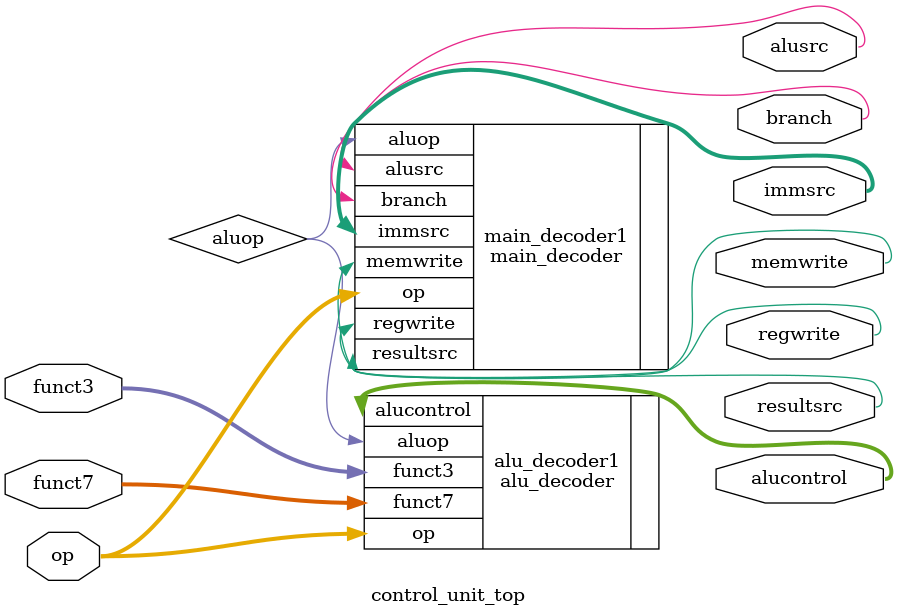
<source format=v>
`include "alu_decoder.v"
`include "main_decoder.v"

module control_unit_top(op,regwrite,immsrc,alusrc,memwrite,resultsrc,branch,funct3,funct7,alucontrol);

    input [6:0]op,funct7;
    input [2:0]funct3;
    output regwrite,alusrc,memwrite,resultsrc,branch;
    output [1:0]immsrc;
    output [2:0]alucontrol;

    wire [1:0]aluOp;

    main_decoder main_decoder1(
                .op(op),
                .branch(branch),
                .regwrite(regwrite),
                .memwrite(memwrite), 
                .resultsrc(resultsrc),
                .alusrc(alusrc),
                .immsrc(immsrc),
                .aluop(aluop)
    );

    alu_decoder alu_decoder1(
                            .aluop(aluop),
                            .op(op),
                            .funct3(funct3),
                            .funct7(funct7),
                            .alucontrol(alucontrol)
    );

endmodule



</source>
